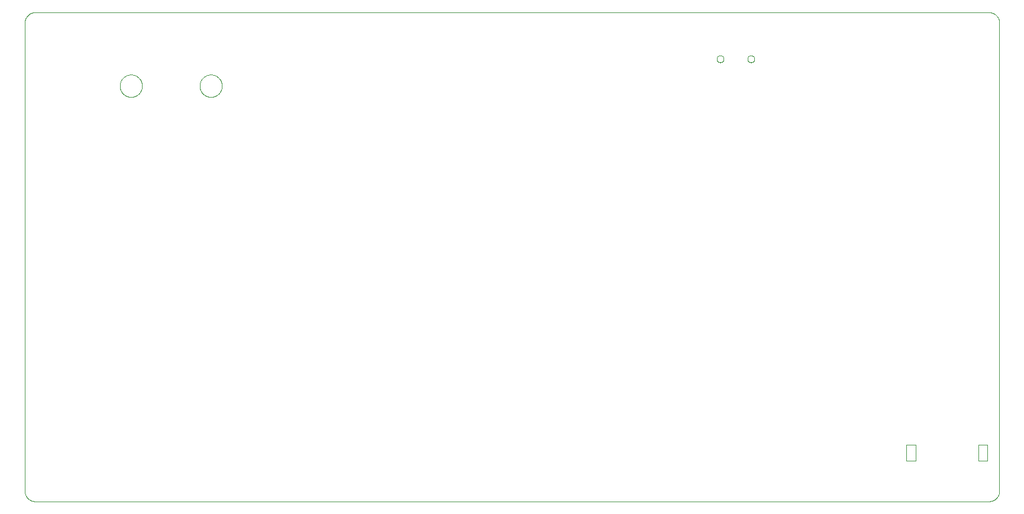
<source format=gko>
G75*
%MOIN*%
%OFA0B0*%
%FSLAX25Y25*%
%IPPOS*%
%LPD*%
%AMOC8*
5,1,8,0,0,1.08239X$1,22.5*
%
%ADD10C,0.00394*%
%ADD11C,0.00000*%
D10*
X0059849Y0154799D02*
X0597251Y0154799D01*
X0597403Y0154801D01*
X0597555Y0154807D01*
X0597707Y0154817D01*
X0597858Y0154830D01*
X0598009Y0154848D01*
X0598160Y0154869D01*
X0598310Y0154895D01*
X0598459Y0154924D01*
X0598608Y0154957D01*
X0598755Y0154994D01*
X0598902Y0155034D01*
X0599047Y0155079D01*
X0599191Y0155127D01*
X0599334Y0155179D01*
X0599476Y0155234D01*
X0599616Y0155293D01*
X0599755Y0155356D01*
X0599892Y0155422D01*
X0600027Y0155492D01*
X0600160Y0155565D01*
X0600291Y0155642D01*
X0600421Y0155722D01*
X0600548Y0155805D01*
X0600673Y0155891D01*
X0600796Y0155981D01*
X0600916Y0156074D01*
X0601034Y0156170D01*
X0601150Y0156269D01*
X0601263Y0156371D01*
X0601373Y0156475D01*
X0601481Y0156583D01*
X0601585Y0156693D01*
X0601687Y0156806D01*
X0601786Y0156922D01*
X0601882Y0157040D01*
X0601975Y0157160D01*
X0602065Y0157283D01*
X0602151Y0157408D01*
X0602234Y0157535D01*
X0602314Y0157665D01*
X0602391Y0157796D01*
X0602464Y0157929D01*
X0602534Y0158064D01*
X0602600Y0158201D01*
X0602663Y0158340D01*
X0602722Y0158480D01*
X0602777Y0158622D01*
X0602829Y0158765D01*
X0602877Y0158909D01*
X0602922Y0159054D01*
X0602962Y0159201D01*
X0602999Y0159348D01*
X0603032Y0159497D01*
X0603061Y0159646D01*
X0603087Y0159796D01*
X0603108Y0159947D01*
X0603126Y0160098D01*
X0603139Y0160249D01*
X0603149Y0160401D01*
X0603155Y0160553D01*
X0603157Y0160705D01*
X0603156Y0160705D02*
X0603156Y0424484D01*
X0603157Y0424484D02*
X0603155Y0424636D01*
X0603149Y0424788D01*
X0603139Y0424940D01*
X0603126Y0425091D01*
X0603108Y0425242D01*
X0603087Y0425393D01*
X0603061Y0425543D01*
X0603032Y0425692D01*
X0602999Y0425841D01*
X0602962Y0425988D01*
X0602922Y0426135D01*
X0602877Y0426280D01*
X0602829Y0426424D01*
X0602777Y0426567D01*
X0602722Y0426709D01*
X0602663Y0426849D01*
X0602600Y0426988D01*
X0602534Y0427125D01*
X0602464Y0427260D01*
X0602391Y0427393D01*
X0602314Y0427524D01*
X0602234Y0427654D01*
X0602151Y0427781D01*
X0602065Y0427906D01*
X0601975Y0428029D01*
X0601882Y0428149D01*
X0601786Y0428267D01*
X0601687Y0428383D01*
X0601585Y0428496D01*
X0601481Y0428606D01*
X0601373Y0428714D01*
X0601263Y0428818D01*
X0601150Y0428920D01*
X0601034Y0429019D01*
X0600916Y0429115D01*
X0600796Y0429208D01*
X0600673Y0429298D01*
X0600548Y0429384D01*
X0600421Y0429467D01*
X0600291Y0429547D01*
X0600160Y0429624D01*
X0600027Y0429697D01*
X0599892Y0429767D01*
X0599755Y0429833D01*
X0599616Y0429896D01*
X0599476Y0429955D01*
X0599334Y0430010D01*
X0599191Y0430062D01*
X0599047Y0430110D01*
X0598902Y0430155D01*
X0598755Y0430195D01*
X0598608Y0430232D01*
X0598459Y0430265D01*
X0598310Y0430294D01*
X0598160Y0430320D01*
X0598009Y0430341D01*
X0597858Y0430359D01*
X0597707Y0430372D01*
X0597555Y0430382D01*
X0597403Y0430388D01*
X0597251Y0430390D01*
X0059849Y0430390D01*
X0059697Y0430388D01*
X0059545Y0430382D01*
X0059393Y0430372D01*
X0059242Y0430359D01*
X0059091Y0430341D01*
X0058940Y0430320D01*
X0058790Y0430294D01*
X0058641Y0430265D01*
X0058492Y0430232D01*
X0058345Y0430195D01*
X0058198Y0430155D01*
X0058053Y0430110D01*
X0057909Y0430062D01*
X0057766Y0430010D01*
X0057624Y0429955D01*
X0057484Y0429896D01*
X0057345Y0429833D01*
X0057208Y0429767D01*
X0057073Y0429697D01*
X0056940Y0429624D01*
X0056809Y0429547D01*
X0056679Y0429467D01*
X0056552Y0429384D01*
X0056427Y0429298D01*
X0056304Y0429208D01*
X0056184Y0429115D01*
X0056066Y0429019D01*
X0055950Y0428920D01*
X0055837Y0428818D01*
X0055727Y0428714D01*
X0055619Y0428606D01*
X0055515Y0428496D01*
X0055413Y0428383D01*
X0055314Y0428267D01*
X0055218Y0428149D01*
X0055125Y0428029D01*
X0055035Y0427906D01*
X0054949Y0427781D01*
X0054866Y0427654D01*
X0054786Y0427524D01*
X0054709Y0427393D01*
X0054636Y0427260D01*
X0054566Y0427125D01*
X0054500Y0426988D01*
X0054437Y0426849D01*
X0054378Y0426709D01*
X0054323Y0426567D01*
X0054271Y0426424D01*
X0054223Y0426280D01*
X0054178Y0426135D01*
X0054138Y0425988D01*
X0054101Y0425841D01*
X0054068Y0425692D01*
X0054039Y0425543D01*
X0054013Y0425393D01*
X0053992Y0425242D01*
X0053974Y0425091D01*
X0053961Y0424940D01*
X0053951Y0424788D01*
X0053945Y0424636D01*
X0053943Y0424484D01*
X0053943Y0160705D01*
X0053945Y0160553D01*
X0053951Y0160401D01*
X0053961Y0160249D01*
X0053974Y0160098D01*
X0053992Y0159947D01*
X0054013Y0159796D01*
X0054039Y0159646D01*
X0054068Y0159497D01*
X0054101Y0159348D01*
X0054138Y0159201D01*
X0054178Y0159054D01*
X0054223Y0158909D01*
X0054271Y0158765D01*
X0054323Y0158622D01*
X0054378Y0158480D01*
X0054437Y0158340D01*
X0054500Y0158201D01*
X0054566Y0158064D01*
X0054636Y0157929D01*
X0054709Y0157796D01*
X0054786Y0157665D01*
X0054866Y0157535D01*
X0054949Y0157408D01*
X0055035Y0157283D01*
X0055125Y0157160D01*
X0055218Y0157040D01*
X0055314Y0156922D01*
X0055413Y0156806D01*
X0055515Y0156693D01*
X0055619Y0156583D01*
X0055727Y0156475D01*
X0055837Y0156371D01*
X0055950Y0156269D01*
X0056066Y0156170D01*
X0056184Y0156074D01*
X0056304Y0155981D01*
X0056427Y0155891D01*
X0056552Y0155805D01*
X0056679Y0155722D01*
X0056809Y0155642D01*
X0056940Y0155565D01*
X0057073Y0155492D01*
X0057208Y0155422D01*
X0057345Y0155356D01*
X0057484Y0155293D01*
X0057624Y0155234D01*
X0057766Y0155179D01*
X0057909Y0155127D01*
X0058053Y0155079D01*
X0058198Y0155034D01*
X0058345Y0154994D01*
X0058492Y0154957D01*
X0058641Y0154924D01*
X0058790Y0154895D01*
X0058940Y0154869D01*
X0059091Y0154848D01*
X0059242Y0154830D01*
X0059393Y0154817D01*
X0059545Y0154807D01*
X0059697Y0154801D01*
X0059849Y0154799D01*
X0550794Y0177634D02*
X0555912Y0177634D01*
X0555912Y0186689D01*
X0550794Y0186689D01*
X0550794Y0177634D01*
X0591345Y0177634D02*
X0596463Y0177634D01*
X0596463Y0186689D01*
X0591345Y0186689D01*
X0591345Y0177634D01*
D11*
X0461190Y0404158D02*
X0461192Y0404246D01*
X0461198Y0404334D01*
X0461208Y0404422D01*
X0461222Y0404510D01*
X0461239Y0404596D01*
X0461261Y0404682D01*
X0461286Y0404766D01*
X0461316Y0404850D01*
X0461348Y0404932D01*
X0461385Y0405012D01*
X0461425Y0405091D01*
X0461469Y0405168D01*
X0461516Y0405243D01*
X0461566Y0405315D01*
X0461620Y0405386D01*
X0461676Y0405453D01*
X0461736Y0405519D01*
X0461798Y0405581D01*
X0461864Y0405641D01*
X0461931Y0405697D01*
X0462002Y0405751D01*
X0462074Y0405801D01*
X0462149Y0405848D01*
X0462226Y0405892D01*
X0462305Y0405932D01*
X0462385Y0405969D01*
X0462467Y0406001D01*
X0462551Y0406031D01*
X0462635Y0406056D01*
X0462721Y0406078D01*
X0462807Y0406095D01*
X0462895Y0406109D01*
X0462983Y0406119D01*
X0463071Y0406125D01*
X0463159Y0406127D01*
X0463247Y0406125D01*
X0463335Y0406119D01*
X0463423Y0406109D01*
X0463511Y0406095D01*
X0463597Y0406078D01*
X0463683Y0406056D01*
X0463767Y0406031D01*
X0463851Y0406001D01*
X0463933Y0405969D01*
X0464013Y0405932D01*
X0464092Y0405892D01*
X0464169Y0405848D01*
X0464244Y0405801D01*
X0464316Y0405751D01*
X0464387Y0405697D01*
X0464454Y0405641D01*
X0464520Y0405581D01*
X0464582Y0405519D01*
X0464642Y0405453D01*
X0464698Y0405386D01*
X0464752Y0405315D01*
X0464802Y0405243D01*
X0464849Y0405168D01*
X0464893Y0405091D01*
X0464933Y0405012D01*
X0464970Y0404932D01*
X0465002Y0404850D01*
X0465032Y0404766D01*
X0465057Y0404682D01*
X0465079Y0404596D01*
X0465096Y0404510D01*
X0465110Y0404422D01*
X0465120Y0404334D01*
X0465126Y0404246D01*
X0465128Y0404158D01*
X0465126Y0404070D01*
X0465120Y0403982D01*
X0465110Y0403894D01*
X0465096Y0403806D01*
X0465079Y0403720D01*
X0465057Y0403634D01*
X0465032Y0403550D01*
X0465002Y0403466D01*
X0464970Y0403384D01*
X0464933Y0403304D01*
X0464893Y0403225D01*
X0464849Y0403148D01*
X0464802Y0403073D01*
X0464752Y0403001D01*
X0464698Y0402930D01*
X0464642Y0402863D01*
X0464582Y0402797D01*
X0464520Y0402735D01*
X0464454Y0402675D01*
X0464387Y0402619D01*
X0464316Y0402565D01*
X0464244Y0402515D01*
X0464169Y0402468D01*
X0464092Y0402424D01*
X0464013Y0402384D01*
X0463933Y0402347D01*
X0463851Y0402315D01*
X0463767Y0402285D01*
X0463683Y0402260D01*
X0463597Y0402238D01*
X0463511Y0402221D01*
X0463423Y0402207D01*
X0463335Y0402197D01*
X0463247Y0402191D01*
X0463159Y0402189D01*
X0463071Y0402191D01*
X0462983Y0402197D01*
X0462895Y0402207D01*
X0462807Y0402221D01*
X0462721Y0402238D01*
X0462635Y0402260D01*
X0462551Y0402285D01*
X0462467Y0402315D01*
X0462385Y0402347D01*
X0462305Y0402384D01*
X0462226Y0402424D01*
X0462149Y0402468D01*
X0462074Y0402515D01*
X0462002Y0402565D01*
X0461931Y0402619D01*
X0461864Y0402675D01*
X0461798Y0402735D01*
X0461736Y0402797D01*
X0461676Y0402863D01*
X0461620Y0402930D01*
X0461566Y0403001D01*
X0461516Y0403073D01*
X0461469Y0403148D01*
X0461425Y0403225D01*
X0461385Y0403304D01*
X0461348Y0403384D01*
X0461316Y0403466D01*
X0461286Y0403550D01*
X0461261Y0403634D01*
X0461239Y0403720D01*
X0461222Y0403806D01*
X0461208Y0403894D01*
X0461198Y0403982D01*
X0461192Y0404070D01*
X0461190Y0404158D01*
X0443867Y0404158D02*
X0443869Y0404246D01*
X0443875Y0404334D01*
X0443885Y0404422D01*
X0443899Y0404510D01*
X0443916Y0404596D01*
X0443938Y0404682D01*
X0443963Y0404766D01*
X0443993Y0404850D01*
X0444025Y0404932D01*
X0444062Y0405012D01*
X0444102Y0405091D01*
X0444146Y0405168D01*
X0444193Y0405243D01*
X0444243Y0405315D01*
X0444297Y0405386D01*
X0444353Y0405453D01*
X0444413Y0405519D01*
X0444475Y0405581D01*
X0444541Y0405641D01*
X0444608Y0405697D01*
X0444679Y0405751D01*
X0444751Y0405801D01*
X0444826Y0405848D01*
X0444903Y0405892D01*
X0444982Y0405932D01*
X0445062Y0405969D01*
X0445144Y0406001D01*
X0445228Y0406031D01*
X0445312Y0406056D01*
X0445398Y0406078D01*
X0445484Y0406095D01*
X0445572Y0406109D01*
X0445660Y0406119D01*
X0445748Y0406125D01*
X0445836Y0406127D01*
X0445924Y0406125D01*
X0446012Y0406119D01*
X0446100Y0406109D01*
X0446188Y0406095D01*
X0446274Y0406078D01*
X0446360Y0406056D01*
X0446444Y0406031D01*
X0446528Y0406001D01*
X0446610Y0405969D01*
X0446690Y0405932D01*
X0446769Y0405892D01*
X0446846Y0405848D01*
X0446921Y0405801D01*
X0446993Y0405751D01*
X0447064Y0405697D01*
X0447131Y0405641D01*
X0447197Y0405581D01*
X0447259Y0405519D01*
X0447319Y0405453D01*
X0447375Y0405386D01*
X0447429Y0405315D01*
X0447479Y0405243D01*
X0447526Y0405168D01*
X0447570Y0405091D01*
X0447610Y0405012D01*
X0447647Y0404932D01*
X0447679Y0404850D01*
X0447709Y0404766D01*
X0447734Y0404682D01*
X0447756Y0404596D01*
X0447773Y0404510D01*
X0447787Y0404422D01*
X0447797Y0404334D01*
X0447803Y0404246D01*
X0447805Y0404158D01*
X0447803Y0404070D01*
X0447797Y0403982D01*
X0447787Y0403894D01*
X0447773Y0403806D01*
X0447756Y0403720D01*
X0447734Y0403634D01*
X0447709Y0403550D01*
X0447679Y0403466D01*
X0447647Y0403384D01*
X0447610Y0403304D01*
X0447570Y0403225D01*
X0447526Y0403148D01*
X0447479Y0403073D01*
X0447429Y0403001D01*
X0447375Y0402930D01*
X0447319Y0402863D01*
X0447259Y0402797D01*
X0447197Y0402735D01*
X0447131Y0402675D01*
X0447064Y0402619D01*
X0446993Y0402565D01*
X0446921Y0402515D01*
X0446846Y0402468D01*
X0446769Y0402424D01*
X0446690Y0402384D01*
X0446610Y0402347D01*
X0446528Y0402315D01*
X0446444Y0402285D01*
X0446360Y0402260D01*
X0446274Y0402238D01*
X0446188Y0402221D01*
X0446100Y0402207D01*
X0446012Y0402197D01*
X0445924Y0402191D01*
X0445836Y0402189D01*
X0445748Y0402191D01*
X0445660Y0402197D01*
X0445572Y0402207D01*
X0445484Y0402221D01*
X0445398Y0402238D01*
X0445312Y0402260D01*
X0445228Y0402285D01*
X0445144Y0402315D01*
X0445062Y0402347D01*
X0444982Y0402384D01*
X0444903Y0402424D01*
X0444826Y0402468D01*
X0444751Y0402515D01*
X0444679Y0402565D01*
X0444608Y0402619D01*
X0444541Y0402675D01*
X0444475Y0402735D01*
X0444413Y0402797D01*
X0444353Y0402863D01*
X0444297Y0402930D01*
X0444243Y0403001D01*
X0444193Y0403073D01*
X0444146Y0403148D01*
X0444102Y0403225D01*
X0444062Y0403304D01*
X0444025Y0403384D01*
X0443993Y0403466D01*
X0443963Y0403550D01*
X0443938Y0403634D01*
X0443916Y0403720D01*
X0443899Y0403806D01*
X0443885Y0403894D01*
X0443875Y0403982D01*
X0443869Y0404070D01*
X0443867Y0404158D01*
X0152520Y0388982D02*
X0152522Y0389140D01*
X0152528Y0389298D01*
X0152538Y0389456D01*
X0152552Y0389614D01*
X0152570Y0389771D01*
X0152591Y0389928D01*
X0152617Y0390084D01*
X0152647Y0390240D01*
X0152680Y0390395D01*
X0152718Y0390548D01*
X0152759Y0390701D01*
X0152804Y0390853D01*
X0152853Y0391004D01*
X0152906Y0391153D01*
X0152962Y0391301D01*
X0153022Y0391447D01*
X0153086Y0391592D01*
X0153154Y0391735D01*
X0153225Y0391877D01*
X0153299Y0392017D01*
X0153377Y0392154D01*
X0153459Y0392290D01*
X0153543Y0392424D01*
X0153632Y0392555D01*
X0153723Y0392684D01*
X0153818Y0392811D01*
X0153915Y0392936D01*
X0154016Y0393058D01*
X0154120Y0393177D01*
X0154227Y0393294D01*
X0154337Y0393408D01*
X0154450Y0393519D01*
X0154565Y0393628D01*
X0154683Y0393733D01*
X0154804Y0393835D01*
X0154927Y0393935D01*
X0155053Y0394031D01*
X0155181Y0394124D01*
X0155311Y0394214D01*
X0155444Y0394300D01*
X0155579Y0394384D01*
X0155715Y0394463D01*
X0155854Y0394540D01*
X0155995Y0394612D01*
X0156137Y0394682D01*
X0156281Y0394747D01*
X0156427Y0394809D01*
X0156574Y0394867D01*
X0156723Y0394922D01*
X0156873Y0394973D01*
X0157024Y0395020D01*
X0157176Y0395063D01*
X0157329Y0395102D01*
X0157484Y0395138D01*
X0157639Y0395169D01*
X0157795Y0395197D01*
X0157951Y0395221D01*
X0158108Y0395241D01*
X0158266Y0395257D01*
X0158423Y0395269D01*
X0158582Y0395277D01*
X0158740Y0395281D01*
X0158898Y0395281D01*
X0159056Y0395277D01*
X0159215Y0395269D01*
X0159372Y0395257D01*
X0159530Y0395241D01*
X0159687Y0395221D01*
X0159843Y0395197D01*
X0159999Y0395169D01*
X0160154Y0395138D01*
X0160309Y0395102D01*
X0160462Y0395063D01*
X0160614Y0395020D01*
X0160765Y0394973D01*
X0160915Y0394922D01*
X0161064Y0394867D01*
X0161211Y0394809D01*
X0161357Y0394747D01*
X0161501Y0394682D01*
X0161643Y0394612D01*
X0161784Y0394540D01*
X0161923Y0394463D01*
X0162059Y0394384D01*
X0162194Y0394300D01*
X0162327Y0394214D01*
X0162457Y0394124D01*
X0162585Y0394031D01*
X0162711Y0393935D01*
X0162834Y0393835D01*
X0162955Y0393733D01*
X0163073Y0393628D01*
X0163188Y0393519D01*
X0163301Y0393408D01*
X0163411Y0393294D01*
X0163518Y0393177D01*
X0163622Y0393058D01*
X0163723Y0392936D01*
X0163820Y0392811D01*
X0163915Y0392684D01*
X0164006Y0392555D01*
X0164095Y0392424D01*
X0164179Y0392290D01*
X0164261Y0392154D01*
X0164339Y0392017D01*
X0164413Y0391877D01*
X0164484Y0391735D01*
X0164552Y0391592D01*
X0164616Y0391447D01*
X0164676Y0391301D01*
X0164732Y0391153D01*
X0164785Y0391004D01*
X0164834Y0390853D01*
X0164879Y0390701D01*
X0164920Y0390548D01*
X0164958Y0390395D01*
X0164991Y0390240D01*
X0165021Y0390084D01*
X0165047Y0389928D01*
X0165068Y0389771D01*
X0165086Y0389614D01*
X0165100Y0389456D01*
X0165110Y0389298D01*
X0165116Y0389140D01*
X0165118Y0388982D01*
X0165116Y0388824D01*
X0165110Y0388666D01*
X0165100Y0388508D01*
X0165086Y0388350D01*
X0165068Y0388193D01*
X0165047Y0388036D01*
X0165021Y0387880D01*
X0164991Y0387724D01*
X0164958Y0387569D01*
X0164920Y0387416D01*
X0164879Y0387263D01*
X0164834Y0387111D01*
X0164785Y0386960D01*
X0164732Y0386811D01*
X0164676Y0386663D01*
X0164616Y0386517D01*
X0164552Y0386372D01*
X0164484Y0386229D01*
X0164413Y0386087D01*
X0164339Y0385947D01*
X0164261Y0385810D01*
X0164179Y0385674D01*
X0164095Y0385540D01*
X0164006Y0385409D01*
X0163915Y0385280D01*
X0163820Y0385153D01*
X0163723Y0385028D01*
X0163622Y0384906D01*
X0163518Y0384787D01*
X0163411Y0384670D01*
X0163301Y0384556D01*
X0163188Y0384445D01*
X0163073Y0384336D01*
X0162955Y0384231D01*
X0162834Y0384129D01*
X0162711Y0384029D01*
X0162585Y0383933D01*
X0162457Y0383840D01*
X0162327Y0383750D01*
X0162194Y0383664D01*
X0162059Y0383580D01*
X0161923Y0383501D01*
X0161784Y0383424D01*
X0161643Y0383352D01*
X0161501Y0383282D01*
X0161357Y0383217D01*
X0161211Y0383155D01*
X0161064Y0383097D01*
X0160915Y0383042D01*
X0160765Y0382991D01*
X0160614Y0382944D01*
X0160462Y0382901D01*
X0160309Y0382862D01*
X0160154Y0382826D01*
X0159999Y0382795D01*
X0159843Y0382767D01*
X0159687Y0382743D01*
X0159530Y0382723D01*
X0159372Y0382707D01*
X0159215Y0382695D01*
X0159056Y0382687D01*
X0158898Y0382683D01*
X0158740Y0382683D01*
X0158582Y0382687D01*
X0158423Y0382695D01*
X0158266Y0382707D01*
X0158108Y0382723D01*
X0157951Y0382743D01*
X0157795Y0382767D01*
X0157639Y0382795D01*
X0157484Y0382826D01*
X0157329Y0382862D01*
X0157176Y0382901D01*
X0157024Y0382944D01*
X0156873Y0382991D01*
X0156723Y0383042D01*
X0156574Y0383097D01*
X0156427Y0383155D01*
X0156281Y0383217D01*
X0156137Y0383282D01*
X0155995Y0383352D01*
X0155854Y0383424D01*
X0155715Y0383501D01*
X0155579Y0383580D01*
X0155444Y0383664D01*
X0155311Y0383750D01*
X0155181Y0383840D01*
X0155053Y0383933D01*
X0154927Y0384029D01*
X0154804Y0384129D01*
X0154683Y0384231D01*
X0154565Y0384336D01*
X0154450Y0384445D01*
X0154337Y0384556D01*
X0154227Y0384670D01*
X0154120Y0384787D01*
X0154016Y0384906D01*
X0153915Y0385028D01*
X0153818Y0385153D01*
X0153723Y0385280D01*
X0153632Y0385409D01*
X0153543Y0385540D01*
X0153459Y0385674D01*
X0153377Y0385810D01*
X0153299Y0385947D01*
X0153225Y0386087D01*
X0153154Y0386229D01*
X0153086Y0386372D01*
X0153022Y0386517D01*
X0152962Y0386663D01*
X0152906Y0386811D01*
X0152853Y0386960D01*
X0152804Y0387111D01*
X0152759Y0387263D01*
X0152718Y0387416D01*
X0152680Y0387569D01*
X0152647Y0387724D01*
X0152617Y0387880D01*
X0152591Y0388036D01*
X0152570Y0388193D01*
X0152552Y0388350D01*
X0152538Y0388508D01*
X0152528Y0388666D01*
X0152522Y0388824D01*
X0152520Y0388982D01*
X0107520Y0388982D02*
X0107522Y0389140D01*
X0107528Y0389298D01*
X0107538Y0389456D01*
X0107552Y0389614D01*
X0107570Y0389771D01*
X0107591Y0389928D01*
X0107617Y0390084D01*
X0107647Y0390240D01*
X0107680Y0390395D01*
X0107718Y0390548D01*
X0107759Y0390701D01*
X0107804Y0390853D01*
X0107853Y0391004D01*
X0107906Y0391153D01*
X0107962Y0391301D01*
X0108022Y0391447D01*
X0108086Y0391592D01*
X0108154Y0391735D01*
X0108225Y0391877D01*
X0108299Y0392017D01*
X0108377Y0392154D01*
X0108459Y0392290D01*
X0108543Y0392424D01*
X0108632Y0392555D01*
X0108723Y0392684D01*
X0108818Y0392811D01*
X0108915Y0392936D01*
X0109016Y0393058D01*
X0109120Y0393177D01*
X0109227Y0393294D01*
X0109337Y0393408D01*
X0109450Y0393519D01*
X0109565Y0393628D01*
X0109683Y0393733D01*
X0109804Y0393835D01*
X0109927Y0393935D01*
X0110053Y0394031D01*
X0110181Y0394124D01*
X0110311Y0394214D01*
X0110444Y0394300D01*
X0110579Y0394384D01*
X0110715Y0394463D01*
X0110854Y0394540D01*
X0110995Y0394612D01*
X0111137Y0394682D01*
X0111281Y0394747D01*
X0111427Y0394809D01*
X0111574Y0394867D01*
X0111723Y0394922D01*
X0111873Y0394973D01*
X0112024Y0395020D01*
X0112176Y0395063D01*
X0112329Y0395102D01*
X0112484Y0395138D01*
X0112639Y0395169D01*
X0112795Y0395197D01*
X0112951Y0395221D01*
X0113108Y0395241D01*
X0113266Y0395257D01*
X0113423Y0395269D01*
X0113582Y0395277D01*
X0113740Y0395281D01*
X0113898Y0395281D01*
X0114056Y0395277D01*
X0114215Y0395269D01*
X0114372Y0395257D01*
X0114530Y0395241D01*
X0114687Y0395221D01*
X0114843Y0395197D01*
X0114999Y0395169D01*
X0115154Y0395138D01*
X0115309Y0395102D01*
X0115462Y0395063D01*
X0115614Y0395020D01*
X0115765Y0394973D01*
X0115915Y0394922D01*
X0116064Y0394867D01*
X0116211Y0394809D01*
X0116357Y0394747D01*
X0116501Y0394682D01*
X0116643Y0394612D01*
X0116784Y0394540D01*
X0116923Y0394463D01*
X0117059Y0394384D01*
X0117194Y0394300D01*
X0117327Y0394214D01*
X0117457Y0394124D01*
X0117585Y0394031D01*
X0117711Y0393935D01*
X0117834Y0393835D01*
X0117955Y0393733D01*
X0118073Y0393628D01*
X0118188Y0393519D01*
X0118301Y0393408D01*
X0118411Y0393294D01*
X0118518Y0393177D01*
X0118622Y0393058D01*
X0118723Y0392936D01*
X0118820Y0392811D01*
X0118915Y0392684D01*
X0119006Y0392555D01*
X0119095Y0392424D01*
X0119179Y0392290D01*
X0119261Y0392154D01*
X0119339Y0392017D01*
X0119413Y0391877D01*
X0119484Y0391735D01*
X0119552Y0391592D01*
X0119616Y0391447D01*
X0119676Y0391301D01*
X0119732Y0391153D01*
X0119785Y0391004D01*
X0119834Y0390853D01*
X0119879Y0390701D01*
X0119920Y0390548D01*
X0119958Y0390395D01*
X0119991Y0390240D01*
X0120021Y0390084D01*
X0120047Y0389928D01*
X0120068Y0389771D01*
X0120086Y0389614D01*
X0120100Y0389456D01*
X0120110Y0389298D01*
X0120116Y0389140D01*
X0120118Y0388982D01*
X0120116Y0388824D01*
X0120110Y0388666D01*
X0120100Y0388508D01*
X0120086Y0388350D01*
X0120068Y0388193D01*
X0120047Y0388036D01*
X0120021Y0387880D01*
X0119991Y0387724D01*
X0119958Y0387569D01*
X0119920Y0387416D01*
X0119879Y0387263D01*
X0119834Y0387111D01*
X0119785Y0386960D01*
X0119732Y0386811D01*
X0119676Y0386663D01*
X0119616Y0386517D01*
X0119552Y0386372D01*
X0119484Y0386229D01*
X0119413Y0386087D01*
X0119339Y0385947D01*
X0119261Y0385810D01*
X0119179Y0385674D01*
X0119095Y0385540D01*
X0119006Y0385409D01*
X0118915Y0385280D01*
X0118820Y0385153D01*
X0118723Y0385028D01*
X0118622Y0384906D01*
X0118518Y0384787D01*
X0118411Y0384670D01*
X0118301Y0384556D01*
X0118188Y0384445D01*
X0118073Y0384336D01*
X0117955Y0384231D01*
X0117834Y0384129D01*
X0117711Y0384029D01*
X0117585Y0383933D01*
X0117457Y0383840D01*
X0117327Y0383750D01*
X0117194Y0383664D01*
X0117059Y0383580D01*
X0116923Y0383501D01*
X0116784Y0383424D01*
X0116643Y0383352D01*
X0116501Y0383282D01*
X0116357Y0383217D01*
X0116211Y0383155D01*
X0116064Y0383097D01*
X0115915Y0383042D01*
X0115765Y0382991D01*
X0115614Y0382944D01*
X0115462Y0382901D01*
X0115309Y0382862D01*
X0115154Y0382826D01*
X0114999Y0382795D01*
X0114843Y0382767D01*
X0114687Y0382743D01*
X0114530Y0382723D01*
X0114372Y0382707D01*
X0114215Y0382695D01*
X0114056Y0382687D01*
X0113898Y0382683D01*
X0113740Y0382683D01*
X0113582Y0382687D01*
X0113423Y0382695D01*
X0113266Y0382707D01*
X0113108Y0382723D01*
X0112951Y0382743D01*
X0112795Y0382767D01*
X0112639Y0382795D01*
X0112484Y0382826D01*
X0112329Y0382862D01*
X0112176Y0382901D01*
X0112024Y0382944D01*
X0111873Y0382991D01*
X0111723Y0383042D01*
X0111574Y0383097D01*
X0111427Y0383155D01*
X0111281Y0383217D01*
X0111137Y0383282D01*
X0110995Y0383352D01*
X0110854Y0383424D01*
X0110715Y0383501D01*
X0110579Y0383580D01*
X0110444Y0383664D01*
X0110311Y0383750D01*
X0110181Y0383840D01*
X0110053Y0383933D01*
X0109927Y0384029D01*
X0109804Y0384129D01*
X0109683Y0384231D01*
X0109565Y0384336D01*
X0109450Y0384445D01*
X0109337Y0384556D01*
X0109227Y0384670D01*
X0109120Y0384787D01*
X0109016Y0384906D01*
X0108915Y0385028D01*
X0108818Y0385153D01*
X0108723Y0385280D01*
X0108632Y0385409D01*
X0108543Y0385540D01*
X0108459Y0385674D01*
X0108377Y0385810D01*
X0108299Y0385947D01*
X0108225Y0386087D01*
X0108154Y0386229D01*
X0108086Y0386372D01*
X0108022Y0386517D01*
X0107962Y0386663D01*
X0107906Y0386811D01*
X0107853Y0386960D01*
X0107804Y0387111D01*
X0107759Y0387263D01*
X0107718Y0387416D01*
X0107680Y0387569D01*
X0107647Y0387724D01*
X0107617Y0387880D01*
X0107591Y0388036D01*
X0107570Y0388193D01*
X0107552Y0388350D01*
X0107538Y0388508D01*
X0107528Y0388666D01*
X0107522Y0388824D01*
X0107520Y0388982D01*
M02*

</source>
